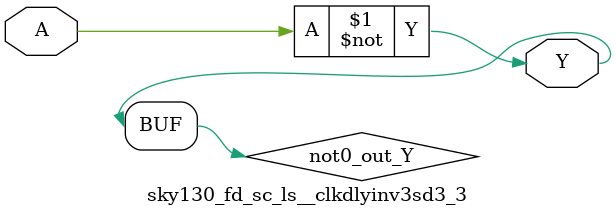
<source format=v>
module sky130_fd_sc_ls__clkdlyinv3sd3_3 (
    Y,
    A
);
    output Y;
    input  A;
    wire not0_out_Y;
    not not0 (not0_out_Y, A              );
    buf buf0 (Y         , not0_out_Y     );
endmodule
</source>
